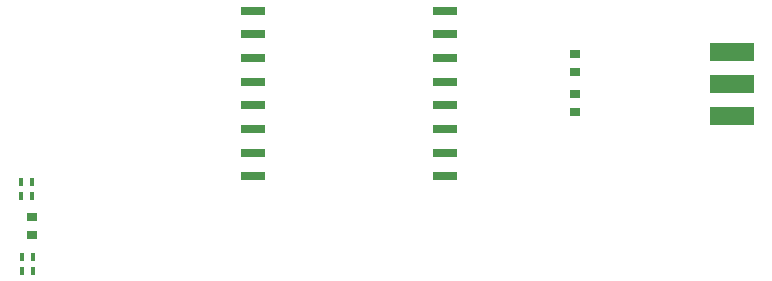
<source format=gtp>
G04*
G04 #@! TF.GenerationSoftware,Altium Limited,Altium Designer,25.6.2 (33)*
G04*
G04 Layer_Color=8421504*
%FSLAX44Y44*%
%MOMM*%
G71*
G04*
G04 #@! TF.SameCoordinates,9B6F8C68-430D-48FD-858A-4A9C4FCAB163*
G04*
G04*
G04 #@! TF.FilePolarity,Positive*
G04*
G01*
G75*
%ADD15R,0.8890X0.7620*%
%ADD16R,0.4572X0.6350*%
%ADD17R,3.7000X1.5000*%
%ADD18R,2.0000X0.8000*%
D15*
X497078Y305308D02*
D03*
X497080Y256286D02*
D03*
X37592Y167640D02*
D03*
Y152400D02*
D03*
X497078Y290068D02*
D03*
X497080Y271526D02*
D03*
D16*
X28314Y133354D02*
D03*
X37712D02*
D03*
X27940Y185166D02*
D03*
X37338D02*
D03*
X27940Y196596D02*
D03*
X37338D02*
D03*
X28314Y121924D02*
D03*
X37712D02*
D03*
D17*
X629428Y307162D02*
D03*
Y280162D02*
D03*
Y253162D02*
D03*
D18*
X386562Y341780D02*
D03*
Y321780D02*
D03*
Y301780D02*
D03*
Y281780D02*
D03*
Y261780D02*
D03*
Y241780D02*
D03*
Y221780D02*
D03*
Y201780D02*
D03*
X224562D02*
D03*
Y221780D02*
D03*
Y241780D02*
D03*
Y261780D02*
D03*
Y281780D02*
D03*
Y301780D02*
D03*
Y321780D02*
D03*
Y341780D02*
D03*
M02*

</source>
